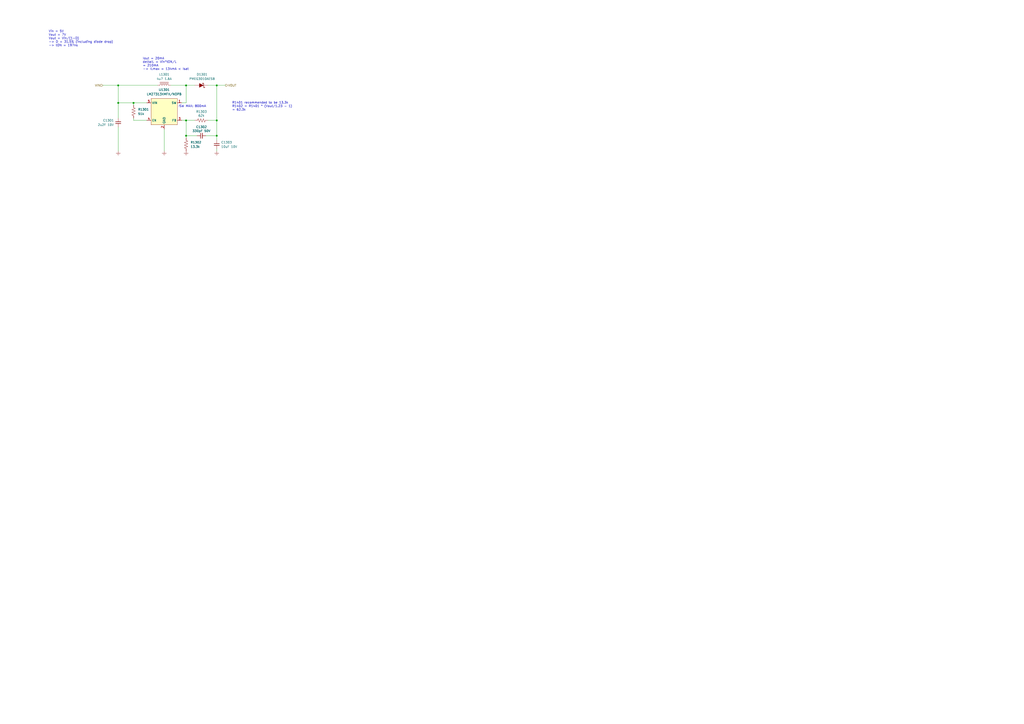
<source format=kicad_sch>
(kicad_sch (version 20250114) (generator "eeschema") (generator_version "9.0")
  (paper "A2")
  (lib_symbols
    (symbol "BR_Capacitors_0402:C_0402_10uF_10V_X5R_20%" (pin_numbers (hide yes)) (pin_names (offset 0.254) (hide yes))
      (property "Reference" "C" (at 1.016 1.778 0))
      (property "Value" "10uF 10V" (at 1.016 -1.778 0))
      (symbol "C_0402_10uF_10V_X5R_20%_0_1"
        (polyline (pts (xy -1.524 0.508) (xy 1.524 0.508)) (stroke (width 0.3048)))
        (polyline (pts (xy -1.524 -0.508) (xy 1.524 -0.508)) (stroke (width 0.3302)))
      )
      (symbol "C_0402_10uF_10V_X5R_20%_1_1"
        (pin passive line (at 0 2.54 270) (length 2.032) (name "~") (number "1"))
        (pin passive line (at 0 -2.54 90) (length 2.032) (name "~") (number "2"))
      )
    )
    (symbol "BR_Capacitors_0402:C_0402_2u2F_10V_X7R_10%" (pin_numbers (hide yes)) (pin_names (offset 0.254) (hide yes))
      (property "Reference" "C" (at 1.016 1.778 0))
      (property "Value" "2u2F 10V" (at 1.016 -1.778 0))
      (symbol "C_0402_2u2F_10V_X7R_10%_0_1"
        (polyline (pts (xy -1.524 0.508) (xy 1.524 0.508)) (stroke (width 0.3048)))
        (polyline (pts (xy -1.524 -0.508) (xy 1.524 -0.508)) (stroke (width 0.3302)))
      )
      (symbol "C_0402_2u2F_10V_X7R_10%_1_1"
        (pin passive line (at 0 2.54 270) (length 2.032) (name "~") (number "1"))
        (pin passive line (at 0 -2.54 90) (length 2.032) (name "~") (number "2"))
      )
    )
    (symbol "BR_Capacitors_0402:C_0402_330pF_50V_C0G_5%" (pin_numbers (hide yes)) (pin_names (offset 0.254) (hide yes))
      (property "Reference" "C" (at 1.016 1.778 0))
      (property "Value" "330pF 50V" (at 1.016 -1.778 0))
      (symbol "C_0402_330pF_50V_C0G_5%_0_1"
        (polyline (pts (xy -1.524 0.508) (xy 1.524 0.508)) (stroke (width 0.3048)))
        (polyline (pts (xy -1.524 -0.508) (xy 1.524 -0.508)) (stroke (width 0.3302)))
      )
      (symbol "C_0402_330pF_50V_C0G_5%_1_1"
        (pin passive line (at 0 2.54 270) (length 2.032) (name "~") (number "1"))
        (pin passive line (at 0 -2.54 90) (length 2.032) (name "~") (number "2"))
      )
    )
    (symbol "BR_Diodes:D_Schottky_PMEG3010AESB" (pin_numbers (hide yes)) (pin_names (offset 0.254) (hide yes))
      (property "Reference" "D" (at 0 5.588 0))
      (property "Value" "PMEG3010AESB" (at -0.508 3.048 0))
      (symbol "D_Schottky_PMEG3010AESB_0_1"
        (polyline (pts (xy 1.27 0) (xy -1.27 0)))
      )
      (symbol "D_Schottky_PMEG3010AESB_1_1"
        (polyline (pts (xy -0.635 -0.889) (xy -0.635 -1.27) (xy -1.27 -1.27) (xy -1.27 1.27) (xy -1.905 1.27) (xy -1.905 0.889)) (stroke (width 0.254)))
        (polyline (pts (xy 1.27 1.27) (xy 1.27 -1.27) (xy -1.27 0) (xy 1.27 1.27)) (stroke (width -0.0001)) (fill (type outline)))
        (pin passive line (at -3.81 0 0) (length 2.54) (name "K") (number "1"))
        (pin passive line (at 3.81 0 180) (length 2.54) (name "A") (number "2"))
      )
    )
    (symbol "BR_IC_Regulators:LM27313XMFX/NOPB"
      (property "Reference" "U" (at 2.1941 12.7 0))
      (property "Value" "LM27313XMFX/NOPB" (at 2.1941 10.16 0))
      (symbol "LM27313XMFX/NOPB_1_1"
        (rectangle (start -7.62 7.62) (end 7.62 -7.62) (fill (type background)))
        (pin power_in line (at -10.16 5.08 0) (length 2.54) (name "VIN") (number "5"))
        (pin input line (at -10.16 -5.08 0) (length 2.54) (name "EN") (number "4"))
        (pin power_in line (at 0 -10.16 90) (length 2.54) (name "GND") (number "2"))
        (pin power_out line (at 10.16 5.08 180) (length 2.54) (name "SW") (number "1"))
        (pin input line (at 10.16 -5.08 180) (length 2.54) (name "FB") (number "3"))
      )
    )
    (symbol "BR_Inductors:L_AWP_252012FW-4R7M" (pin_numbers (hide yes)) (pin_names (offset 0.254) (hide yes))
      (property "Reference" "L" (at -1.524 0 90))
      (property "Value" "L_AWP_252012FW-4R7M" (at 3.175 0.635 90))
      (symbol "L_AWP_252012FW-4R7M_0_1"
        (arc (start 0 2.54) (mid 0.6158 1.905) (end 0 1.27))
        (arc (start 0.0195 1.27) (mid 0.6353 0.635) (end 0.0195 0))
        (arc (start 0.0195 0) (mid 0.6353 -0.635) (end 0.0195 -1.27))
        (arc (start 0.0195 -1.27) (mid 0.6353 -1.905) (end 0.0195 -2.54))
        (polyline (pts (xy 1.27 2.54) (xy 1.27 -2.54)))
        (polyline (pts (xy 1.905 2.54) (xy 1.905 -2.54)))
      )
      (symbol "L_AWP_252012FW-4R7M_1_1"
        (pin passive line (at 0 3.81 270) (length 1.27) (name "~") (number "1"))
        (pin passive line (at 0 -3.81 90) (length 1.27) (name "~") (number "2"))
      )
    )
    (symbol "BR_Resistors_0402:R_0402_13k3" (pin_numbers (hide yes)) (pin_names (offset 0) (hide yes))
      (property "Reference" "R" (at 1.524 1.27 0))
      (property "Value" "13.3k" (at 1.524 -1.27 0))
      (symbol "R_0402_13k3_0_1"
        (polyline (pts (xy 0 2.286) (xy 0 2.54)))
        (polyline (pts (xy 0 2.286) (xy 1.016 1.905) (xy 0 1.524) (xy -1.016 1.143) (xy 0 0.762)))
        (polyline (pts (xy 0 0.762) (xy 1.016 0.381) (xy 0 0) (xy -1.016 -0.381) (xy 0 -0.762)))
        (polyline (pts (xy 0 -0.762) (xy 1.016 -1.143) (xy 0 -1.524) (xy -1.016 -1.905) (xy 0 -2.286)))
        (polyline (pts (xy 0 -2.286) (xy 0 -2.54)))
      )
      (symbol "R_0402_13k3_1_1"
        (pin passive line (at 0 3.81 270) (length 1.27) (name "~") (number "1"))
        (pin passive line (at 0 -3.81 90) (length 1.27) (name "~") (number "2"))
      )
    )
    (symbol "BR_Resistors_0402:R_0402_51k" (pin_numbers (hide yes)) (pin_names (offset 0) (hide yes))
      (property "Reference" "R" (at 1.524 1.27 0))
      (property "Value" "51k" (at 1.524 -1.27 0))
      (symbol "R_0402_51k_0_1"
        (polyline (pts (xy 0 2.286) (xy 0 2.54)))
        (polyline (pts (xy 0 2.286) (xy 1.016 1.905) (xy 0 1.524) (xy -1.016 1.143) (xy 0 0.762)))
        (polyline (pts (xy 0 0.762) (xy 1.016 0.381) (xy 0 0) (xy -1.016 -0.381) (xy 0 -0.762)))
        (polyline (pts (xy 0 -0.762) (xy 1.016 -1.143) (xy 0 -1.524) (xy -1.016 -1.905) (xy 0 -2.286)))
        (polyline (pts (xy 0 -2.286) (xy 0 -2.54)))
      )
      (symbol "R_0402_51k_1_1"
        (pin passive line (at 0 3.81 270) (length 1.27) (name "~") (number "1"))
        (pin passive line (at 0 -3.81 90) (length 1.27) (name "~") (number "2"))
      )
    )
    (symbol "BR_Resistors_0402:R_0402_62k" (pin_numbers (hide yes)) (pin_names (offset 0) (hide yes))
      (property "Reference" "R" (at 1.524 1.27 0))
      (property "Value" "62k" (at 1.524 -1.27 0))
      (symbol "R_0402_62k_0_1"
        (polyline (pts (xy 0 2.286) (xy 0 2.54)))
        (polyline (pts (xy 0 2.286) (xy 1.016 1.905) (xy 0 1.524) (xy -1.016 1.143) (xy 0 0.762)))
        (polyline (pts (xy 0 0.762) (xy 1.016 0.381) (xy 0 0) (xy -1.016 -0.381) (xy 0 -0.762)))
        (polyline (pts (xy 0 -0.762) (xy 1.016 -1.143) (xy 0 -1.524) (xy -1.016 -1.905) (xy 0 -2.286)))
        (polyline (pts (xy 0 -2.286) (xy 0 -2.54)))
      )
      (symbol "R_0402_62k_1_1"
        (pin passive line (at 0 3.81 270) (length 1.27) (name "~") (number "1"))
        (pin passive line (at 0 -3.81 90) (length 1.27) (name "~") (number "2"))
      )
    )
    (symbol "BR_Virtual_Parts:GND" (power) (pin_numbers (hide yes)) (pin_names (offset 0) (hide yes))
      (property "Value" "GND" (at 0 -3.556 0))
      (symbol "GND_0_1"
        (polyline (pts (xy -0.635 -1.905) (xy 0.635 -1.905)))
        (polyline (pts (xy -0.127 -2.54) (xy 0.127 -2.54)))
        (polyline (pts (xy 0 -1.27) (xy 0 0)))
        (polyline (pts (xy 1.27 -1.27) (xy -1.27 -1.27)))
      )
      (symbol "GND_1_1"
        (pin power_in line (at 0 0 270) (length 0) (hide yes) (name "GNDREF") (number "1"))
      )
    )
  )
  (text "ISW MAX: 800mA" (at 111.506 61.722 0) (effects (font (size 1.27 1.27))))
  (text "Iout = 20mA\ndeltaIL = Vin*tON/L\n= 210mA\n-> ILmax = 134mA < Isat" (at 82.804 37.084 0) (effects (font (size 1.27 1.27)) (justify left)))
  (text "R1401 recommended to be 13.3k\nR1402 = R1401 * (Vout/1.23 - 1)\n= 62.3k" (at 134.62 61.722 0) (effects (font (size 1.27 1.27)) (justify left)))
  (text "Vin = 5V\nVout = 7V\nVout = Vin/(1-D)\n-> D = 31.5% (including diode drop)\n-> tON = 197ns" (at 28.194 22.352 0) (effects (font (size 1.27 1.27)) (justify left)))
  (junction (at 107.95 78.74))
  (junction (at 68.58 59.69))
  (junction (at 107.95 49.53))
  (junction (at 125.73 69.85))
  (junction (at 125.73 78.74))
  (junction (at 68.58 49.53))
  (junction (at 125.73 49.53))
  (junction (at 107.95 69.85))
  (junction (at 77.47 59.69))
  (wire (pts (xy 125.73 49.53) (xy 130.81 49.53)))
  (wire (pts (xy 68.58 49.53) (xy 91.44 49.53)))
  (wire (pts (xy 68.58 73.66) (xy 68.58 87.63)))
  (wire (pts (xy 107.95 59.69) (xy 107.95 49.53)))
  (wire (pts (xy 68.58 59.69) (xy 77.47 59.69)))
  (wire (pts (xy 107.95 78.74) (xy 107.95 80.01)))
  (wire (pts (xy 77.47 59.69) (xy 77.47 60.96)))
  (wire (pts (xy 120.65 49.53) (xy 125.73 49.53)))
  (wire (pts (xy 59.69 49.53) (xy 68.58 49.53)))
  (wire (pts (xy 99.06 49.53) (xy 107.95 49.53)))
  (wire (pts (xy 68.58 49.53) (xy 68.58 59.69)))
  (wire (pts (xy 125.73 49.53) (xy 125.73 69.85)))
  (wire (pts (xy 105.41 59.69) (xy 107.95 59.69)))
  (wire (pts (xy 125.73 69.85) (xy 125.73 78.74)))
  (wire (pts (xy 77.47 59.69) (xy 85.09 59.69)))
  (wire (pts (xy 119.38 78.74) (xy 125.73 78.74)))
  (wire (pts (xy 125.73 78.74) (xy 125.73 81.28)))
  (wire (pts (xy 105.41 69.85) (xy 107.95 69.85)))
  (wire (pts (xy 120.65 69.85) (xy 125.73 69.85)))
  (wire (pts (xy 107.95 49.53) (xy 113.03 49.53)))
  (wire (pts (xy 107.95 69.85) (xy 107.95 78.74)))
  (wire (pts (xy 95.25 87.63) (xy 95.25 74.93)))
  (wire (pts (xy 107.95 69.85) (xy 113.03 69.85)))
  (wire (pts (xy 114.3 78.74) (xy 107.95 78.74)))
  (wire (pts (xy 77.47 69.85) (xy 85.09 69.85)))
  (wire (pts (xy 68.58 59.69) (xy 68.58 68.58)))
  (wire (pts (xy 125.73 86.36) (xy 125.73 87.63)))
  (wire (pts (xy 77.47 68.58) (xy 77.47 69.85)))
  (hierarchical_label "VIN" (shape input) (at 59.69 49.53 180))
  (hierarchical_label "VOUT" (shape output) (at 130.81 49.53 0))
  (symbol (lib_id "BR_Resistors_0402:R_0402_51k") (at 77.47 64.77 0) (unit 1)
    (property "Reference" "R1301" (at 80.01 63.4999 0) (effects (justify left)))
    (property "Value" "51k" (at 80.01 66.0399 0) (effects (justify left)))
    (property "Footprint" "BR_Passives:C_0402_1005Metric-minimized" (effects (hide yes)))
    (property "Datasheet" "https://www.yageo.com/upload/media/product/products/datasheet/rchip/PYu-RC_Group_51_RoHS_L_12.pdf" (effects (hide yes)))
    (property "Description" "51k 1% 100ppm 62.5mW Thick Film Resistor 0402" (effects (hide yes)))
    (property "Manufacturer" "YAGEO" (effects (hide yes)))
    (property "Manufacturer Part Num" "RC0402FR-0751KL" (effects (hide yes)))
    (property "BRE Number" "BRE-001229" (effects (hide yes)))
    (property "Supplier 1" "DigiKey" (effects (hide yes)))
    (property "Supplier Part Num 1" "311-51.0KLRCT-ND" (effects (hide yes)))
    (property "Supplier 2" "Mouser" (effects (hide yes)))
    (property "Supplier Part Num 2" "603-RC0402FR-0756KL" (effects (hide yes)))
    (property "Supplier 3" "JLCPCB" (effects (hide yes)))
    (property "Supplier Part Num 3" "C107229" (effects (hide yes)))
    (property "JLCPCB Part Num" "C107229" (effects (hide yes)))
  )
  (symbol (lib_id "BR_Virtual_Parts:GND") (at 95.25 87.63 0) (unit 1)
    (property "Reference" "#PWR01302" (effects (hide yes)))
    (property "Value" "GND" (effects (hide yes)))
  )
  (symbol (lib_id "BR_Capacitors_0402:C_0402_330pF_50V_C0G_5%") (at 116.84 78.74 90) (unit 1)
    (property "Reference" "C1302" (at 116.84 73.66 90))
    (property "Value" "330pF 50V" (at 116.84 75.946 90))
    (property "Footprint" "BR_Passives:C_0402_1005Metric" (effects (hide yes)))
    (property "Datasheet" "https://lcsc.com/datasheet/lcsc_datasheet_2506131730_YAGEO-CC0402JRNPO9BN331_C107006.pdf" (effects (hide yes)))
    (property "Description" "330pF 50V C0G 5%Ceramic Capacitor 0402" (effects (hide yes)))
    (property "Manufacturer" "YAGEO" (effects (hide yes)))
    (property "Manufacturer Part Num" "CC0402JRNPO9BN331" (effects (hide yes)))
    (property "BRE Number" "BRE-001236" (effects (hide yes)))
    (property "JLCPCB Part Num" "C107006" (effects (hide yes)))
  )
  (symbol (lib_id "BR_Capacitors_0402:C_0402_2u2F_10V_X7R_10%") (at 68.58 71.12 0) (mirror y) (unit 1)
    (property "Reference" "C1301" (at 66.04 69.8562 0) (effects (justify left)))
    (property "Value" "2u2F 10V" (at 66.04 72.3962 0) (effects (justify left)))
    (property "Footprint" "BR_Passives:C_0402_1005Metric-minimized" (effects (hide yes)))
    (property "Datasheet" "https://search.murata.co.jp/Ceramy/image/img/A01X/G101/ENG/GRM155Z71A225KE01-01.pdf" (effects (hide yes)))
    (property "Description" "2.2uF 10V X7R 10% Ceramic Capacitor 0402" (effects (hide yes)))
    (property "Manufacturer" "Murata Electronics" (effects (hide yes)))
    (property "Manufacturer Part Num" "GRM155Z71A225KE01D" (effects (hide yes)))
    (property "BRE Number" "BRE-000024" (effects (hide yes)))
    (property "Supplier 1" "DigiKey" (effects (hide yes)))
    (property "Supplier Part Num 1" "490-GRM155Z71A225KE01DCT-ND" (effects (hide yes)))
    (property "Supplier 2" "Mouser" (effects (hide yes)))
    (property "Supplier Part Num 2" "81-GRM155Z71A225KE1D" (effects (hide yes)))
    (property "Supplier 3" "JLCPCB" (effects (hide yes)))
    (property "Supplier Part Num 3" "C2997286" (effects (hide yes)))
    (property "JLCPCB Part Num" "C2997286" (effects (hide yes)))
  )
  (symbol (lib_id "BR_Inductors:L_AWP_252012FW-4R7M") (at 95.25 49.53 90) (unit 1)
    (property "Reference" "L1301" (at 95.25 43.18 90))
    (property "Value" "4u7 1.6A" (at 95.25 45.72 90))
    (property "Footprint" "BR_Inductors:L_1008_2520Metric" (effects (hide yes)))
    (property "Datasheet" "https://mm.digikey.com/Volume0/opasdata/d220001/medias/docus/5561/AWP%20Series.pdf" (effects (hide yes)))
    (property "Description" "4.7uH 20% 1.6A 175mR Shielded Molded Inductor SMT 1008 package" (effects (hide yes)))
    (property "Manufacturer" "TAI-TECH Advanced Electronics Co., Ltd." (effects (hide yes)))
    (property "Manufacturer Part Num" "AWP 252012FW-4R7M" (effects (hide yes)))
    (property "BRE Number" "BRE-000220" (effects (hide yes)))
    (property "JLCPCB Part Num" "C17225812" (effects (hide yes)))
    (property "Supplier 1" "DigiKey" (effects (hide yes)))
    (property "Supplier Part Num 1" "4816-AWP252012FW-4R7MCT-ND" (effects (hide yes)))
    (property "Supplier 2" "DigiKey" (effects (hide yes)))
    (property "Supplier Part Num 2" "4816-AWP252012FW-4R7MTR-ND" (effects (hide yes)))
    (property "Supplier 3" "JLCPCB" (effects (hide yes)))
    (property "Supplier Part Num 3" "C17225812" (effects (hide yes)))
  )
  (symbol (lib_id "BR_Resistors_0402:R_0402_13k3") (at 107.95 83.82 0) (unit 1)
    (property "Reference" "R1302" (at 110.49 82.5499 0) (effects (justify left)))
    (property "Value" "13.3k" (at 110.49 85.0899 0) (effects (justify left)))
    (property "Footprint" "BR_Passives:C_0402_1005Metric-minimized" (effects (hide yes)))
    (property "Datasheet" "https://lcsc.com/datasheet/lcsc_datasheet_2506161046_YAGEO-RC0402FR-0713K3L_C274352.pdf" (effects (hide yes)))
    (property "Description" "13.3k 1% 100ppm 62.5mW Thick Film Resistor 0402" (effects (hide yes)))
    (property "Manufacturer" "YAGEO" (effects (hide yes)))
    (property "Manufacturer Part Num" "RC0402FR-0713K3L" (effects (hide yes)))
    (property "BRE Number" "BRE-001235" (effects (hide yes)))
    (property "JLCPCB Part Num" "C274352" (effects (hide yes)))
  )
  (symbol (lib_id "BR_Virtual_Parts:GND") (at 107.95 87.63 0) (unit 1)
    (property "Reference" "#PWR01303" (effects (hide yes)))
    (property "Value" "GND" (effects (hide yes)))
  )
  (symbol (lib_id "BR_Capacitors_0402:C_0402_10uF_10V_X5R_20%") (at 125.73 83.82 0) (unit 1)
    (property "Reference" "C1303" (at 128.27 82.5562 0) (effects (justify left)))
    (property "Value" "10uF 10V" (at 128.27 85.0962 0) (effects (justify left)))
    (property "Footprint" "BR_Passives:C_0402_1005Metric-minimized" (effects (hide yes)))
    (property "Datasheet" "https://mm.digikey.com/Volume0/opasdata/d220001/medias/docus/2614/CL05A106MP5NUNC_Spec.pdf" (effects (hide yes)))
    (property "Description" "10uF 10V X5R 20% Ceramic Capacitor 0402" (effects (hide yes)))
    (property "Manufacturer" "Samsung Electro-Mechanics" (effects (hide yes)))
    (property "Manufacturer Part Num" "CL05A106MP5NUNC" (effects (hide yes)))
    (property "BRE Number" "BRE-000015" (effects (hide yes)))
    (property "Supplier 1" "DigiKey" (effects (hide yes)))
    (property "Supplier 2" "Mouser" (effects (hide yes)))
    (property "Supplier 3" "JLCPCB" (effects (hide yes)))
    (property "Supplier Part Num 1" "1276-1450-6-ND" (effects (hide yes)))
    (property "Supplier Part Num 2" "187-CL05A106MP5NUNC" (effects (hide yes)))
    (property "Supplier Part Num 3" "C315248" (effects (hide yes)))
    (property "JLCPCB Part Num" "C315248" (effects (hide yes)))
  )
  (symbol (lib_id "BR_Diodes:D_Schottky_PMEG3010AESB") (at 116.84 49.53 180) (unit 1)
    (property "Reference" "D1301" (at 117.221 43.18 0))
    (property "Value" "PMEG3010AESB" (at 117.221 45.72 0))
    (property "Footprint" "BR_Discretes:D_SOD-993-minimized" (effects (hide yes)))
    (property "Datasheet" "https://assets.nexperia.com/documents/data-sheet/PMEG3010AESB.pdf" (effects (hide yes)))
    (property "Description" "Schottky Diode 30V 1A SOD-993" (effects (hide yes)))
    (property "Manufacturer" "Nexperia" (effects (hide yes)))
    (property "Manufacturer Part Num" "PMEG3010AESBYL" (effects (hide yes)))
    (property "BRE Number" "BRE-000120" (effects (hide yes)))
    (property "Supplier 1" "DigiKey" (effects (hide yes)))
    (property "Supplier Part Num 1" "1727-2401-2-ND" (effects (hide yes)))
    (property "Supplier 2" "Mouser" (effects (hide yes)))
    (property "Supplier Part Num 2" "771-PMEG3010AESBYL" (effects (hide yes)))
    (property "Supplier 3" "JLCPCB" (effects (hide yes)))
    (property "Supplier Part Num 3" "C28646369" (effects (hide yes)))
    (property "JLCPCB Part Num" "C28646369" (effects (hide yes)))
  )
  (symbol (lib_id "BR_Resistors_0402:R_0402_62k") (at 116.84 69.85 90) (unit 1)
    (property "Reference" "R1303" (at 116.84 64.77 90))
    (property "Value" "62k" (at 116.84 67.056 90))
    (property "Footprint" "BR_Passives:C_0402_1005Metric-minimized" (effects (hide yes)))
    (property "Datasheet" "https://www.yageo.com/upload/media/product/productsearch/datasheet/rchip/PYu-RC_Group_51_RoHS_L_12.pdf" (effects (hide yes)))
    (property "Description" "62k 1% 100ppm 62.5mW Thick Film Resistor 0402" (effects (hide yes)))
    (property "Manufacturer" "YAGEO" (effects (hide yes)))
    (property "Manufacturer Part Num" "RC0402FR-0762KL" (effects (hide yes)))
    (property "BRE Number" "BRE-000361" (effects (hide yes)))
    (property "Supplier 1" "DigiKey" (effects (hide yes)))
    (property "Supplier Part Num 1" "311-62.0KLRCT-ND" (effects (hide yes)))
    (property "Supplier 2" "DigiKey" (effects (hide yes)))
    (property "Supplier Part Num 2" "311-62.0KLRTR-ND" (effects (hide yes)))
    (property "Supplier 3" "JLCPCB" (effects (hide yes)))
    (property "Supplier Part Num 3" "C137950" (effects (hide yes)))
    (property "JLCPCB Part Num" "C137950" (effects (hide yes)))
  )
  (symbol (lib_id "BR_Virtual_Parts:GND") (at 125.73 87.63 0) (unit 1)
    (property "Reference" "#PWR01304" (effects (hide yes)))
    (property "Value" "GND" (effects (hide yes)))
  )
  (symbol (lib_id "BR_Virtual_Parts:GND") (at 68.58 87.63 0) (unit 1)
    (property "Reference" "#PWR01301" (effects (hide yes)))
    (property "Value" "GND" (effects (hide yes)))
  )
  (symbol (lib_id "BR_IC_Regulators:LM27313XMFX/NOPB") (at 95.25 64.77 0) (unit 1)
    (property "Reference" "U1301" (at 95.25 52.07 0))
    (property "Value" "LM27313XMFX/NOPB" (at 95.25 54.61 0))
    (property "Footprint" "BR_SOT:SOT-23-5" (effects (hide yes)))
    (property "Datasheet" "https://www.ti.com/general/docs/suppproductinfo.tsp?distId=10&gotoUrl=https%3A%2F%2Fwww.ti.com%2Flit%2Fgpn%2Flm27313" (effects (hide yes)))
    (property "Description" "Boost Converter, 2.7 - 14V Input, 800mA, 2.7 - 30V Output, 1.6Mhz, SOT23-5 (2.9x1.6)" (effects (hide yes)))
    (property "Manufacturer" "Texas Instruments" (effects (hide yes)))
    (property "Manufacturer Part Num" "LM27313XMFX/NOPB" (effects (hide yes)))
    (property "BRE Number" "BRE-000190" (effects (hide yes)))
    (property "Supplier 1" "DigiKey" (effects (hide yes)))
    (property "Supplier Part Num 1" "296-35164-1-ND" (effects (hide yes)))
    (property "Supplier 2" "Mouser" (effects (hide yes)))
    (property "Supplier Part Num 2" "926-LM27313XMFX/NOPB" (effects (hide yes)))
    (property "Supplier 3" "JLCPCB" (effects (hide yes)))
    (property "Supplier Part Num 3" "C341750" (effects (hide yes)))
    (property "JLCPCB Part Num" "C341750" (effects (hide yes)))
  )
)
</source>
